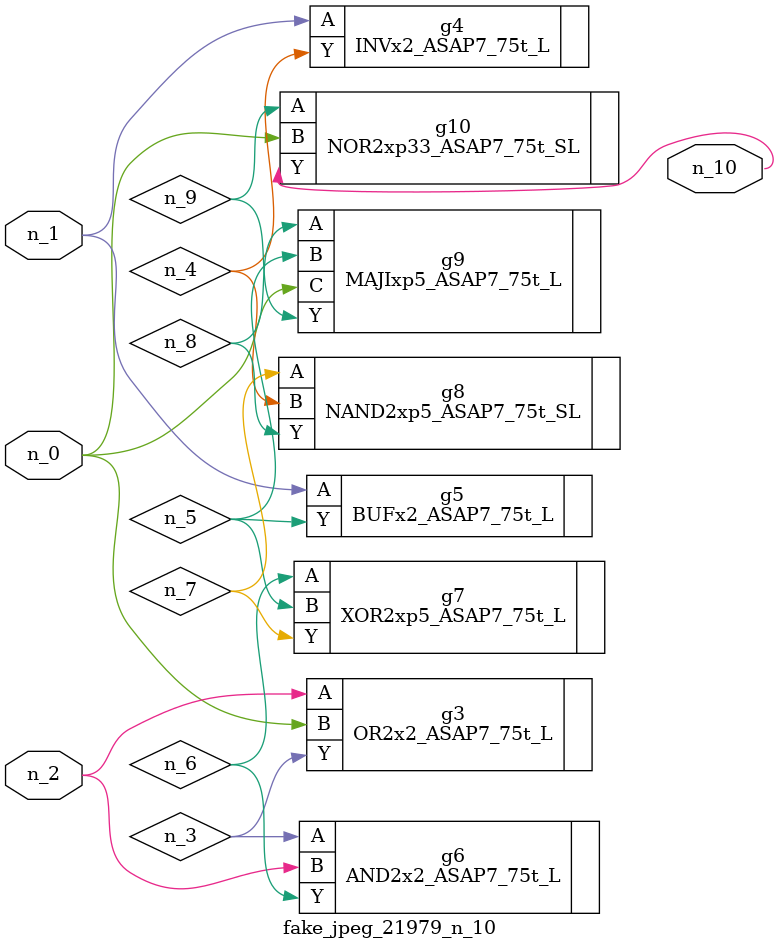
<source format=v>
module fake_jpeg_21979_n_10 (n_0, n_2, n_1, n_10);

input n_0;
input n_2;
input n_1;

output n_10;

wire n_3;
wire n_4;
wire n_8;
wire n_9;
wire n_6;
wire n_5;
wire n_7;

OR2x2_ASAP7_75t_L g3 ( 
.A(n_2),
.B(n_0),
.Y(n_3)
);

INVx2_ASAP7_75t_L g4 ( 
.A(n_1),
.Y(n_4)
);

BUFx2_ASAP7_75t_L g5 ( 
.A(n_1),
.Y(n_5)
);

AND2x2_ASAP7_75t_L g6 ( 
.A(n_3),
.B(n_2),
.Y(n_6)
);

XOR2xp5_ASAP7_75t_L g7 ( 
.A(n_6),
.B(n_5),
.Y(n_7)
);

NAND2xp5_ASAP7_75t_SL g8 ( 
.A(n_7),
.B(n_4),
.Y(n_8)
);

MAJIxp5_ASAP7_75t_L g9 ( 
.A(n_8),
.B(n_5),
.C(n_0),
.Y(n_9)
);

NOR2xp33_ASAP7_75t_SL g10 ( 
.A(n_9),
.B(n_0),
.Y(n_10)
);


endmodule
</source>
